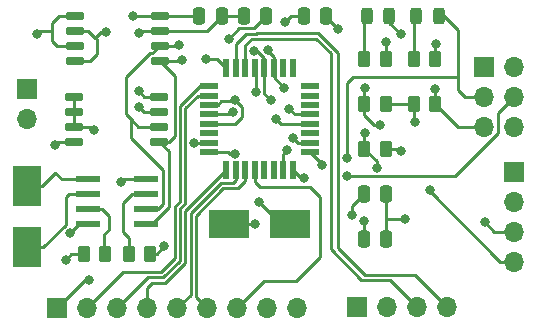
<source format=gtl>
%TF.GenerationSoftware,KiCad,Pcbnew,7.0.5-0*%
%TF.CreationDate,2023-07-20T08:32:01+02:00*%
%TF.ProjectId,MCU-Datalogger,4d43552d-4461-4746-916c-6f676765722e,V1.0*%
%TF.SameCoordinates,Original*%
%TF.FileFunction,Copper,L1,Top*%
%TF.FilePolarity,Positive*%
%FSLAX46Y46*%
G04 Gerber Fmt 4.6, Leading zero omitted, Abs format (unit mm)*
G04 Created by KiCad (PCBNEW 7.0.5-0) date 2023-07-20 08:32:01*
%MOMM*%
%LPD*%
G01*
G04 APERTURE LIST*
G04 Aperture macros list*
%AMRoundRect*
0 Rectangle with rounded corners*
0 $1 Rounding radius*
0 $2 $3 $4 $5 $6 $7 $8 $9 X,Y pos of 4 corners*
0 Add a 4 corners polygon primitive as box body*
4,1,4,$2,$3,$4,$5,$6,$7,$8,$9,$2,$3,0*
0 Add four circle primitives for the rounded corners*
1,1,$1+$1,$2,$3*
1,1,$1+$1,$4,$5*
1,1,$1+$1,$6,$7*
1,1,$1+$1,$8,$9*
0 Add four rect primitives between the rounded corners*
20,1,$1+$1,$2,$3,$4,$5,0*
20,1,$1+$1,$4,$5,$6,$7,0*
20,1,$1+$1,$6,$7,$8,$9,0*
20,1,$1+$1,$8,$9,$2,$3,0*%
G04 Aperture macros list end*
%TA.AperFunction,SMDPad,CuDef*%
%ADD10RoundRect,0.250000X0.262500X0.450000X-0.262500X0.450000X-0.262500X-0.450000X0.262500X-0.450000X0*%
%TD*%
%TA.AperFunction,ComponentPad*%
%ADD11R,1.700000X1.700000*%
%TD*%
%TA.AperFunction,ComponentPad*%
%ADD12O,1.700000X1.700000*%
%TD*%
%TA.AperFunction,SMDPad,CuDef*%
%ADD13RoundRect,0.250000X-0.262500X-0.450000X0.262500X-0.450000X0.262500X0.450000X-0.262500X0.450000X0*%
%TD*%
%TA.AperFunction,SMDPad,CuDef*%
%ADD14RoundRect,0.150000X-0.650000X-0.150000X0.650000X-0.150000X0.650000X0.150000X-0.650000X0.150000X0*%
%TD*%
%TA.AperFunction,SMDPad,CuDef*%
%ADD15RoundRect,0.243750X-0.243750X-0.456250X0.243750X-0.456250X0.243750X0.456250X-0.243750X0.456250X0*%
%TD*%
%TA.AperFunction,SMDPad,CuDef*%
%ADD16RoundRect,0.250000X0.250000X0.475000X-0.250000X0.475000X-0.250000X-0.475000X0.250000X-0.475000X0*%
%TD*%
%TA.AperFunction,SMDPad,CuDef*%
%ADD17RoundRect,0.250000X-0.250000X-0.475000X0.250000X-0.475000X0.250000X0.475000X-0.250000X0.475000X0*%
%TD*%
%TA.AperFunction,SMDPad,CuDef*%
%ADD18R,2.400000X3.500000*%
%TD*%
%TA.AperFunction,SMDPad,CuDef*%
%ADD19R,3.500000X2.400000*%
%TD*%
%TA.AperFunction,SMDPad,CuDef*%
%ADD20R,1.500000X0.550000*%
%TD*%
%TA.AperFunction,SMDPad,CuDef*%
%ADD21R,0.550000X1.500000*%
%TD*%
%TA.AperFunction,SMDPad,CuDef*%
%ADD22RoundRect,0.041300X-0.943700X-0.253700X0.943700X-0.253700X0.943700X0.253700X-0.943700X0.253700X0*%
%TD*%
%TA.AperFunction,ViaPad*%
%ADD23C,0.800000*%
%TD*%
%TA.AperFunction,Conductor*%
%ADD24C,0.250000*%
%TD*%
G04 APERTURE END LIST*
D10*
%TO.P,R3,1*%
%TO.N,/Vcc*%
X162480000Y-90170000D03*
%TO.P,R3,2*%
%TO.N,/SCL*%
X160655000Y-90170000D03*
%TD*%
D11*
%TO.P,BT1,1,+*%
%TO.N,/Vcc*%
X132080000Y-85085000D03*
D12*
%TO.P,BT1,2,-*%
%TO.N,GND*%
X132080000Y-87625000D03*
%TD*%
D13*
%TO.P,R6,1*%
%TO.N,/Vcc*%
X164822500Y-86360000D03*
%TO.P,R6,2*%
%TO.N,/RESET*%
X166647500Y-86360000D03*
%TD*%
D10*
%TO.P,R2,1*%
%TO.N,/Vcc*%
X142517500Y-99060000D03*
%TO.P,R2,2*%
%TO.N,Net-(U3-SQW{slash}~INT)*%
X140692500Y-99060000D03*
%TD*%
D14*
%TO.P,U2,1,A0*%
%TO.N,/Vcc*%
X136125400Y-78867400D03*
%TO.P,U2,2,A1*%
%TO.N,GND*%
X136125400Y-80137400D03*
%TO.P,U2,3,A2*%
%TO.N,/Vcc*%
X136125400Y-81407400D03*
%TO.P,U2,4,GND*%
%TO.N,GND*%
X136125400Y-82677400D03*
%TO.P,U2,5,SDA*%
%TO.N,/SDA*%
X143325400Y-82677400D03*
%TO.P,U2,6,SCL*%
%TO.N,/SCL*%
X143325400Y-81407400D03*
%TO.P,U2,7,WP*%
%TO.N,GND*%
X143325400Y-80137400D03*
%TO.P,U2,8,VCC*%
%TO.N,/Vcc*%
X143325400Y-78867400D03*
%TD*%
D11*
%TO.P,J2,1,Pin_1*%
%TO.N,GND*%
X160020000Y-103505000D03*
D12*
%TO.P,J2,2,Pin_2*%
%TO.N,/Vcc*%
X162560000Y-103505000D03*
%TO.P,J2,3,Pin_3*%
%TO.N,/RX*%
X165100000Y-103505000D03*
%TO.P,J2,4,Pin_4*%
%TO.N,/TX*%
X167640000Y-103505000D03*
%TD*%
D15*
%TO.P,D1,1,K*%
%TO.N,Net-(D1-K)*%
X160886300Y-78907400D03*
%TO.P,D1,2,A*%
%TO.N,/Vcc*%
X162761300Y-78907400D03*
%TD*%
D16*
%TO.P,C2,1*%
%TO.N,GND*%
X162517500Y-93980000D03*
%TO.P,C2,2*%
%TO.N,Net-(U4-PB6)*%
X160617500Y-93980000D03*
%TD*%
D11*
%TO.P,J1,1,Pin_1*%
%TO.N,GND*%
X173355000Y-92075000D03*
D12*
%TO.P,J1,2,Pin_2*%
%TO.N,/Vcc*%
X173355000Y-94615000D03*
%TO.P,J1,3,Pin_3*%
%TO.N,/SDA*%
X173355000Y-97155000D03*
%TO.P,J1,4,Pin_4*%
%TO.N,/SCL*%
X173355000Y-99695000D03*
%TD*%
D17*
%TO.P,C5,1*%
%TO.N,/Vcc*%
X155514000Y-78892400D03*
%TO.P,C5,2*%
%TO.N,GND*%
X157414000Y-78892400D03*
%TD*%
D11*
%TO.P,J3,1,Pin_1*%
%TO.N,/D2*%
X134620000Y-103632000D03*
D12*
%TO.P,J3,2,Pin_2*%
%TO.N,/D3*%
X137160000Y-103632000D03*
%TO.P,J3,3,Pin_3*%
%TO.N,/D4*%
X139700000Y-103632000D03*
%TO.P,J3,4,Pin_4*%
%TO.N,/D5*%
X142240000Y-103632000D03*
%TO.P,J3,5,Pin_5*%
%TO.N,/D6*%
X144780000Y-103632000D03*
%TO.P,J3,6,Pin_6*%
%TO.N,/D7*%
X147320000Y-103632000D03*
%TO.P,J3,7,Pin_7*%
%TO.N,/D8*%
X149860000Y-103632000D03*
%TO.P,J3,8,Pin_8*%
%TO.N,GND*%
X152400000Y-103632000D03*
%TO.P,J3,9,Pin_9*%
%TO.N,/Vcc*%
X154940000Y-103632000D03*
%TD*%
D13*
%TO.P,R1,1*%
%TO.N,/Vcc*%
X136882500Y-99060000D03*
%TO.P,R1,2*%
%TO.N,Net-(U3-~{INTA})*%
X138707500Y-99060000D03*
%TD*%
D18*
%TO.P,Y1,1,1*%
%TO.N,Net-(U3-X2)*%
X132080000Y-98485000D03*
%TO.P,Y1,2,2*%
%TO.N,Net-(U3-X1)*%
X132080000Y-93285000D03*
%TD*%
D15*
%TO.P,D2,1,K*%
%TO.N,Net-(D2-K)*%
X165053800Y-78907400D03*
%TO.P,D2,2,A*%
%TO.N,/SCK*%
X166928800Y-78907400D03*
%TD*%
D10*
%TO.P,R4,1*%
%TO.N,/Vcc*%
X162480000Y-86360000D03*
%TO.P,R4,2*%
%TO.N,/SDA*%
X160655000Y-86360000D03*
%TD*%
D14*
%TO.P,U1,1,A0*%
%TO.N,/Vcc*%
X136100000Y-85725000D03*
%TO.P,U1,2,A1*%
X136100000Y-86995000D03*
%TO.P,U1,3,A2*%
X136100000Y-88265000D03*
%TO.P,U1,4,GND*%
%TO.N,GND*%
X136100000Y-89535000D03*
%TO.P,U1,5,SDA*%
%TO.N,/SDA*%
X143300000Y-89535000D03*
%TO.P,U1,6,SCL*%
%TO.N,/SCL*%
X143300000Y-88265000D03*
%TO.P,U1,7,WP*%
%TO.N,GND*%
X143300000Y-86995000D03*
%TO.P,U1,8,VCC*%
%TO.N,/Vcc*%
X143300000Y-85725000D03*
%TD*%
D16*
%TO.P,C1,1*%
%TO.N,GND*%
X148574800Y-78892400D03*
%TO.P,C1,2*%
%TO.N,/Vcc*%
X146674800Y-78892400D03*
%TD*%
D19*
%TO.P,Y2,1,1*%
%TO.N,Net-(U4-PB7)*%
X154365000Y-96520000D03*
%TO.P,Y2,2,2*%
%TO.N,Net-(U4-PB6)*%
X149165000Y-96520000D03*
%TD*%
D13*
%TO.P,R7,1*%
%TO.N,Net-(D1-K)*%
X160655000Y-82550000D03*
%TO.P,R7,2*%
%TO.N,GND*%
X162480000Y-82550000D03*
%TD*%
D11*
%TO.P,J4,1,Pin_1*%
%TO.N,/MISO*%
X170810000Y-83200000D03*
D12*
%TO.P,J4,2,Pin_2*%
%TO.N,/Vcc*%
X173350000Y-83200000D03*
%TO.P,J4,3,Pin_3*%
%TO.N,/SCK*%
X170810000Y-85740000D03*
%TO.P,J4,4,Pin_4*%
%TO.N,/MOSI*%
X173350000Y-85740000D03*
%TO.P,J4,5,Pin_5*%
%TO.N,/RESET*%
X170810000Y-88280000D03*
%TO.P,J4,6,Pin_6*%
%TO.N,GND*%
X173350000Y-88280000D03*
%TD*%
D10*
%TO.P,R5,1*%
%TO.N,GND*%
X166647500Y-82550000D03*
%TO.P,R5,2*%
%TO.N,Net-(D2-K)*%
X164822500Y-82550000D03*
%TD*%
D17*
%TO.P,C3,1*%
%TO.N,GND*%
X150459400Y-78892400D03*
%TO.P,C3,2*%
%TO.N,Net-(U4-PB7)*%
X152359400Y-78892400D03*
%TD*%
D16*
%TO.P,C4,1*%
%TO.N,GND*%
X162517500Y-97790000D03*
%TO.P,C4,2*%
%TO.N,Net-(U4-AREF)*%
X160617500Y-97790000D03*
%TD*%
D20*
%TO.P,U4,1,PD3*%
%TO.N,/D3*%
X147465000Y-84830000D03*
%TO.P,U4,2,PD4*%
%TO.N,/D4*%
X147465000Y-85630000D03*
%TO.P,U4,3,GND*%
%TO.N,GND*%
X147465000Y-86430000D03*
%TO.P,U4,4,VCC*%
%TO.N,/Vcc*%
X147465000Y-87230000D03*
%TO.P,U4,5,GND*%
%TO.N,GND*%
X147465000Y-88030000D03*
%TO.P,U4,6,VCC*%
%TO.N,unconnected-(U4-VCC-Pad6)*%
X147465000Y-88830000D03*
%TO.P,U4,7,PB6*%
%TO.N,Net-(U4-PB6)*%
X147465000Y-89630000D03*
%TO.P,U4,8,PB7*%
%TO.N,Net-(U4-PB7)*%
X147465000Y-90430000D03*
D21*
%TO.P,U4,9,PD5*%
%TO.N,/D5*%
X148965000Y-91930000D03*
%TO.P,U4,10,PD6*%
%TO.N,/D6*%
X149765000Y-91930000D03*
%TO.P,U4,11,PD7*%
%TO.N,/D7*%
X150565000Y-91930000D03*
%TO.P,U4,12,PB0*%
%TO.N,/D8*%
X151365000Y-91930000D03*
%TO.P,U4,13,PB1*%
%TO.N,unconnected-(U4-PB1-Pad13)*%
X152165000Y-91930000D03*
%TO.P,U4,14,PB2*%
%TO.N,unconnected-(U4-PB2-Pad14)*%
X152965000Y-91930000D03*
%TO.P,U4,15,PB3*%
%TO.N,/MOSI*%
X153765000Y-91930000D03*
%TO.P,U4,16,PB4*%
%TO.N,/MISO*%
X154565000Y-91930000D03*
D20*
%TO.P,U4,17,PB5*%
%TO.N,/SCK*%
X156065000Y-90430000D03*
%TO.P,U4,18,AVCC*%
%TO.N,/Vcc*%
X156065000Y-89630000D03*
%TO.P,U4,19,ADC6*%
%TO.N,unconnected-(U4-ADC6-Pad19)*%
X156065000Y-88830000D03*
%TO.P,U4,20,AREF*%
%TO.N,Net-(U4-AREF)*%
X156065000Y-88030000D03*
%TO.P,U4,21,GND*%
%TO.N,GND*%
X156065000Y-87230000D03*
%TO.P,U4,22,ADC7*%
%TO.N,unconnected-(U4-ADC7-Pad22)*%
X156065000Y-86430000D03*
%TO.P,U4,23,PC0*%
%TO.N,unconnected-(U4-PC0-Pad23)*%
X156065000Y-85630000D03*
%TO.P,U4,24,PC1*%
%TO.N,unconnected-(U4-PC1-Pad24)*%
X156065000Y-84830000D03*
D21*
%TO.P,U4,25,PC2*%
%TO.N,unconnected-(U4-PC2-Pad25)*%
X154565000Y-83330000D03*
%TO.P,U4,26,PC3*%
%TO.N,unconnected-(U4-PC3-Pad26)*%
X153765000Y-83330000D03*
%TO.P,U4,27,PC4*%
%TO.N,/SDA*%
X152965000Y-83330000D03*
%TO.P,U4,28,PC5*%
%TO.N,/SCL*%
X152165000Y-83330000D03*
%TO.P,U4,29,PC6/~{RESET}*%
%TO.N,/RESET*%
X151365000Y-83330000D03*
%TO.P,U4,30,PD0*%
%TO.N,/RX*%
X150565000Y-83330000D03*
%TO.P,U4,31,PD1*%
%TO.N,/TX*%
X149765000Y-83330000D03*
%TO.P,U4,32,PD2*%
%TO.N,/D2*%
X148965000Y-83330000D03*
%TD*%
D22*
%TO.P,U3,1,X1*%
%TO.N,Net-(U3-X1)*%
X137225000Y-92710000D03*
%TO.P,U3,2,X2*%
%TO.N,Net-(U3-X2)*%
X137225000Y-93980000D03*
%TO.P,U3,3,~{INTA}*%
%TO.N,Net-(U3-~{INTA})*%
X137225000Y-95250000D03*
%TO.P,U3,4,GND*%
%TO.N,GND*%
X137225000Y-96520000D03*
%TO.P,U3,5,SDA*%
%TO.N,/SDA*%
X142175000Y-96520000D03*
%TO.P,U3,6,SCL*%
%TO.N,/SCL*%
X142175000Y-95250000D03*
%TO.P,U3,7,SQW/~INT*%
%TO.N,Net-(U3-SQW{slash}~INT)*%
X142175000Y-93980000D03*
%TO.P,U3,8,VCC*%
%TO.N,/Vcc*%
X142175000Y-92710000D03*
%TD*%
D23*
%TO.N,/MISO*%
X155498800Y-92645900D03*
%TO.N,/SDA*%
X152501094Y-81766496D03*
X145186400Y-82600800D03*
%TO.N,/Vcc*%
X149541900Y-87020400D03*
X164947600Y-87884000D03*
X163749501Y-90301299D03*
X154584400Y-89204800D03*
X163728400Y-80416400D03*
X153924000Y-79400400D03*
X141071600Y-78892400D03*
X132943600Y-80416400D03*
X141528800Y-85242400D03*
X137718800Y-88544400D03*
X140004800Y-92964000D03*
X143713200Y-98399600D03*
X135382000Y-99517200D03*
%TO.N,GND*%
X164084000Y-96062800D03*
X162509200Y-81076800D03*
X166674800Y-81229200D03*
X158394400Y-79959200D03*
X149656800Y-86004400D03*
X154279600Y-86753100D03*
X138785600Y-80264000D03*
X141579600Y-80365600D03*
X141528800Y-86563200D03*
X135716499Y-97260899D03*
X134467600Y-89814400D03*
%TO.N,/SCK*%
X157060300Y-91541600D03*
X159156400Y-90932000D03*
%TO.N,/RESET*%
X151440500Y-85293200D03*
X166624000Y-85039200D03*
%TO.N,/D2*%
X137363200Y-101244400D03*
X147218400Y-82499200D03*
%TO.N,/SCL*%
X151333200Y-81852100D03*
X144983200Y-81381600D03*
%TO.N,Net-(U4-PB6)*%
X146215700Y-89662000D03*
%TO.N,/SCL*%
X161696400Y-91731500D03*
X166166800Y-93624400D03*
%TO.N,/SDA*%
X170840400Y-96367600D03*
X162001200Y-88087200D03*
%TO.N,Net-(U4-AREF)*%
X153162000Y-87630000D03*
X160629600Y-96215200D03*
%TO.N,Net-(U4-PB6)*%
X159613600Y-95758000D03*
X151384000Y-96520000D03*
%TO.N,Net-(U4-PB7)*%
X149148800Y-80822300D03*
X149656800Y-90576400D03*
X151688800Y-94640400D03*
%TO.N,/SCL*%
X152704800Y-86004400D03*
X160680400Y-88798400D03*
%TO.N,/SDA*%
X153873200Y-84988400D03*
X160680400Y-84988400D03*
%TO.N,/MOSI*%
X154127200Y-90271600D03*
X159156400Y-92456000D03*
%TD*%
D24*
%TO.N,/MISO*%
X155498800Y-92645900D02*
X155280900Y-92645900D01*
X155280900Y-92645900D02*
X154565000Y-91930000D01*
%TO.N,/SDA*%
X152501094Y-81766496D02*
X152501094Y-81866094D01*
X152501094Y-81866094D02*
X152965000Y-82330000D01*
X152965000Y-82330000D02*
X152965000Y-83330000D01*
%TO.N,/RX*%
X165100000Y-103505000D02*
X162839400Y-101244400D01*
X162839400Y-101244400D02*
X160375600Y-101244400D01*
X157784800Y-98653600D02*
X157784800Y-82042000D01*
X160375600Y-101244400D02*
X157784800Y-98653600D01*
X156558400Y-80815600D02*
X151708992Y-80815600D01*
X157784800Y-82042000D02*
X156558400Y-80815600D01*
X151708992Y-80815600D02*
X151682192Y-80842400D01*
X151682192Y-80842400D02*
X151110400Y-80842400D01*
X151110400Y-80842400D02*
X150565000Y-81387800D01*
X150565000Y-81387800D02*
X150565000Y-83330000D01*
%TO.N,/TX*%
X167640000Y-103505000D02*
X164922200Y-100787200D01*
X151495796Y-80392400D02*
X150646000Y-80392400D01*
X164922200Y-100787200D02*
X160680400Y-100787200D01*
X156744796Y-80365600D02*
X151522596Y-80365600D01*
X158431400Y-82052204D02*
X156744796Y-80365600D01*
X160680400Y-100787200D02*
X158431400Y-98538200D01*
X158431400Y-98538200D02*
X158431400Y-82052204D01*
X151522596Y-80365600D02*
X151495796Y-80392400D01*
X150646000Y-80392400D02*
X149765000Y-81273400D01*
X149765000Y-81273400D02*
X149765000Y-83330000D01*
%TO.N,Net-(U4-PB7)*%
X149148800Y-80822300D02*
X150028700Y-79942400D01*
X150028700Y-79942400D02*
X151309400Y-79942400D01*
X151309400Y-79942400D02*
X152359400Y-78892400D01*
%TO.N,/Vcc*%
X154432000Y-78892400D02*
X155514000Y-78892400D01*
X153924000Y-79400400D02*
X154432000Y-78892400D01*
%TO.N,GND*%
X148574800Y-78892400D02*
X150459400Y-78892400D01*
%TO.N,/SCL*%
X151562100Y-81852100D02*
X152165000Y-82455000D01*
X152165000Y-82455000D02*
X152165000Y-83330000D01*
X151333200Y-81852100D02*
X151562100Y-81852100D01*
%TO.N,/SDA*%
X145109800Y-82677400D02*
X145186400Y-82600800D01*
X143325400Y-82677400D02*
X145109800Y-82677400D01*
%TO.N,/SCK*%
X168554400Y-80111600D02*
X168554400Y-84023200D01*
X167350200Y-78907400D02*
X168554400Y-80111600D01*
X166928800Y-78907400D02*
X167350200Y-78907400D01*
X169153600Y-85740000D02*
X170810000Y-85740000D01*
X168554400Y-85140800D02*
X169153600Y-85740000D01*
X168554400Y-84023200D02*
X168554400Y-85140800D01*
X159156400Y-84531200D02*
X159664400Y-84023200D01*
X159664400Y-84023200D02*
X168554400Y-84023200D01*
X159156400Y-90932000D02*
X159156400Y-84531200D01*
%TO.N,/Vcc*%
X149332300Y-87230000D02*
X149541900Y-87020400D01*
X147465000Y-87230000D02*
X149332300Y-87230000D01*
%TO.N,GND*%
X149656800Y-86004400D02*
X150266400Y-86614000D01*
X150266400Y-86614000D02*
X150266400Y-87477600D01*
X149714000Y-88030000D02*
X147465000Y-88030000D01*
X150266400Y-87477600D02*
X149714000Y-88030000D01*
X149555200Y-86106000D02*
X148540000Y-86106000D01*
X149656800Y-86004400D02*
X149555200Y-86106000D01*
X148540000Y-86106000D02*
X148216000Y-86430000D01*
X148216000Y-86430000D02*
X147465000Y-86430000D01*
%TO.N,/Vcc*%
X164822500Y-87758900D02*
X164947600Y-87884000D01*
X164822500Y-86360000D02*
X164822500Y-87758900D01*
X162480000Y-86360000D02*
X164822500Y-86360000D01*
X163618202Y-90170000D02*
X163749501Y-90301299D01*
X162480000Y-90170000D02*
X163618202Y-90170000D01*
X155009600Y-89630000D02*
X154584400Y-89204800D01*
X156065000Y-89630000D02*
X155009600Y-89630000D01*
X162761300Y-79449300D02*
X163728400Y-80416400D01*
X162761300Y-78907400D02*
X162761300Y-79449300D01*
X141096600Y-78867400D02*
X141071600Y-78892400D01*
X143325400Y-78867400D02*
X141096600Y-78867400D01*
X133197600Y-80162400D02*
X132943600Y-80416400D01*
X134213600Y-79451200D02*
X134213600Y-80162400D01*
X134213600Y-80162400D02*
X133197600Y-80162400D01*
X134213600Y-80162400D02*
X134213600Y-80975200D01*
X142011400Y-85725000D02*
X141528800Y-85242400D01*
X143300000Y-85725000D02*
X142011400Y-85725000D01*
X137439400Y-88265000D02*
X137718800Y-88544400D01*
X136100000Y-88265000D02*
X137439400Y-88265000D01*
X140258800Y-92710000D02*
X140004800Y-92964000D01*
X142175000Y-92710000D02*
X140258800Y-92710000D01*
X143052800Y-99060000D02*
X143713200Y-98399600D01*
X142517500Y-99060000D02*
X143052800Y-99060000D01*
X135839200Y-99060000D02*
X135382000Y-99517200D01*
X136882500Y-99060000D02*
X135839200Y-99060000D01*
%TO.N,GND*%
X162517500Y-96062800D02*
X164084000Y-96062800D01*
X162517500Y-93980000D02*
X162517500Y-96062800D01*
X162517500Y-96062800D02*
X162517500Y-97790000D01*
X162480000Y-81106000D02*
X162509200Y-81076800D01*
X162480000Y-82550000D02*
X162480000Y-81106000D01*
X166647500Y-81256500D02*
X166674800Y-81229200D01*
X166647500Y-82550000D02*
X166647500Y-81256500D01*
X157414000Y-78978800D02*
X158394400Y-79959200D01*
X157414000Y-78892400D02*
X157414000Y-78978800D01*
X154756500Y-87230000D02*
X154279600Y-86753100D01*
X156065000Y-87230000D02*
X154756500Y-87230000D01*
%TO.N,Net-(U4-AREF)*%
X153162000Y-87630000D02*
X153562000Y-88030000D01*
X153562000Y-88030000D02*
X156065000Y-88030000D01*
%TO.N,GND*%
X137871200Y-80721200D02*
X138328400Y-80264000D01*
X137287400Y-80137400D02*
X137871200Y-80721200D01*
X138328400Y-80264000D02*
X138785600Y-80264000D01*
X137871200Y-80721200D02*
X137972800Y-80822800D01*
X141807800Y-80137400D02*
X141579600Y-80365600D01*
X143325400Y-80137400D02*
X141807800Y-80137400D01*
X141960600Y-86995000D02*
X141528800Y-86563200D01*
X143300000Y-86995000D02*
X141960600Y-86995000D01*
%TO.N,/SCL*%
X140462000Y-87223600D02*
X140944600Y-87706200D01*
X140944600Y-87706200D02*
X141503400Y-88265000D01*
X140919200Y-89255600D02*
X140919200Y-87731600D01*
X140919200Y-87731600D02*
X140944600Y-87706200D01*
X143325400Y-81407400D02*
X142680400Y-82052400D01*
X142680400Y-82052400D02*
X142478649Y-82052400D01*
X142478649Y-82052400D02*
X140462000Y-84069049D01*
X140462000Y-84069049D02*
X140462000Y-87223600D01*
X141503400Y-88265000D02*
X143300000Y-88265000D01*
X142175000Y-95250000D02*
X143154400Y-95250000D01*
X143154400Y-95250000D02*
X143611600Y-94792800D01*
X143611600Y-94792800D02*
X143611600Y-91948000D01*
X143611600Y-91948000D02*
X140919200Y-89255600D01*
%TO.N,GND*%
X136457398Y-96520000D02*
X135716499Y-97260899D01*
X137225000Y-96520000D02*
X136457398Y-96520000D01*
X134747000Y-89535000D02*
X134467600Y-89814400D01*
X136100000Y-89535000D02*
X134747000Y-89535000D01*
%TO.N,/SCK*%
X157060300Y-91425300D02*
X156065000Y-90430000D01*
X157060300Y-91541600D02*
X157060300Y-91425300D01*
%TO.N,/SDA*%
X162001200Y-88087200D02*
X161493200Y-88087200D01*
X160655000Y-87249000D02*
X160655000Y-86360000D01*
X161493200Y-88087200D02*
X160655000Y-87249000D01*
%TO.N,/MOSI*%
X173350000Y-85740000D02*
X171985000Y-87105000D01*
X171985000Y-87105000D02*
X171985000Y-88766701D01*
X168295701Y-92456000D02*
X159156400Y-92456000D01*
X171985000Y-88766701D02*
X168295701Y-92456000D01*
%TO.N,/RESET*%
X151440500Y-83405500D02*
X151365000Y-83330000D01*
X166647500Y-86360000D02*
X166647500Y-85062700D01*
X166647500Y-85062700D02*
X166624000Y-85039200D01*
X151440500Y-85293200D02*
X151440500Y-83405500D01*
%TO.N,/D2*%
X147218400Y-82499200D02*
X148134200Y-82499200D01*
X148134200Y-82499200D02*
X148965000Y-83330000D01*
X137007600Y-101244400D02*
X137363200Y-101244400D01*
X134620000Y-103632000D02*
X137007600Y-101244400D01*
%TO.N,/SCL*%
X144957400Y-81407400D02*
X144983200Y-81381600D01*
X143325400Y-81407400D02*
X144957400Y-81407400D01*
%TO.N,/D4*%
X146576800Y-85630000D02*
X147465000Y-85630000D01*
X145491200Y-86715600D02*
X146576800Y-85630000D01*
X145491200Y-94767404D02*
X145491200Y-86715600D01*
X145026800Y-95231804D02*
X145491200Y-94767404D01*
X142298000Y-101034000D02*
X143594796Y-101034000D01*
X143594796Y-101034000D02*
X145026800Y-99601996D01*
X145026800Y-99601996D02*
X145026800Y-95231804D01*
X139700000Y-103632000D02*
X142298000Y-101034000D01*
%TO.N,/D3*%
X140208000Y-100584000D02*
X137160000Y-103632000D01*
X143408400Y-100584000D02*
X140208000Y-100584000D01*
X144576800Y-99415600D02*
X143408400Y-100584000D01*
X145041200Y-94581008D02*
X144576800Y-95045408D01*
X145041200Y-86529204D02*
X145041200Y-94581008D01*
X147465000Y-84830000D02*
X146740404Y-84830000D01*
X144576800Y-95045408D02*
X144576800Y-99415600D01*
X146740404Y-84830000D02*
X145041200Y-86529204D01*
%TO.N,/SDA*%
X144145000Y-89535000D02*
X143300000Y-89535000D01*
X144591200Y-89088800D02*
X144145000Y-89535000D01*
X144591200Y-83943200D02*
X144591200Y-89088800D01*
X143325400Y-82677400D02*
X144591200Y-83943200D01*
%TO.N,Net-(U4-PB6)*%
X147433000Y-89662000D02*
X147465000Y-89630000D01*
X146215700Y-89662000D02*
X147433000Y-89662000D01*
%TO.N,/SCL*%
X173355000Y-99695000D02*
X172152919Y-99695000D01*
X161696400Y-91211400D02*
X160655000Y-90170000D01*
X172152919Y-99695000D02*
X166166800Y-93708881D01*
X166166800Y-93708881D02*
X166166800Y-93624400D01*
X161696400Y-91731500D02*
X161696400Y-91211400D01*
%TO.N,/SDA*%
X173355000Y-97155000D02*
X171627800Y-97155000D01*
X171627800Y-97155000D02*
X170840400Y-96367600D01*
%TO.N,Net-(U4-AREF)*%
X160617500Y-97790000D02*
X160617500Y-96227300D01*
X160617500Y-96227300D02*
X160629600Y-96215200D01*
%TO.N,Net-(U4-PB6)*%
X159613600Y-94983900D02*
X160617500Y-93980000D01*
X149165000Y-96520000D02*
X151384000Y-96520000D01*
X159613600Y-95758000D02*
X159613600Y-94983900D01*
%TO.N,Net-(U4-PB7)*%
X149656800Y-90576400D02*
X149250400Y-90576400D01*
X149250400Y-90576400D02*
X149104000Y-90430000D01*
X149104000Y-90430000D02*
X147465000Y-90430000D01*
X154365000Y-96520000D02*
X153568400Y-96520000D01*
X153568400Y-96520000D02*
X151688800Y-94640400D01*
%TO.N,Net-(D2-K)*%
X164822500Y-82550000D02*
X164822500Y-79138700D01*
X164822500Y-79138700D02*
X165053800Y-78907400D01*
%TO.N,Net-(D1-K)*%
X160655000Y-82550000D02*
X160655000Y-79138700D01*
X160655000Y-79138700D02*
X160886300Y-78907400D01*
%TO.N,/SCL*%
X152704800Y-86004400D02*
X152165000Y-85464600D01*
X160655000Y-90170000D02*
X160655000Y-88823800D01*
X160655000Y-88823800D02*
X160680400Y-88798400D01*
X152165000Y-85464600D02*
X152165000Y-83330000D01*
%TO.N,/SDA*%
X160655000Y-86360000D02*
X160655000Y-85013800D01*
X160655000Y-85013800D02*
X160680400Y-84988400D01*
X153873200Y-84988400D02*
X152965000Y-84080200D01*
X152965000Y-84080200D02*
X152965000Y-83330000D01*
%TO.N,/MOSI*%
X154127200Y-90271600D02*
X153765000Y-90633800D01*
X153765000Y-90633800D02*
X153765000Y-91930000D01*
%TO.N,/RESET*%
X170810000Y-88280000D02*
X168567500Y-88280000D01*
X168567500Y-88280000D02*
X166647500Y-86360000D01*
%TO.N,/SDA*%
X142175000Y-96520000D02*
X142657500Y-96520000D01*
X142657500Y-96520000D02*
X144119600Y-95057900D01*
X144119600Y-90354600D02*
X143300000Y-89535000D01*
X144119600Y-95057900D02*
X144119600Y-90354600D01*
%TO.N,GND*%
X143325400Y-80137400D02*
X147329800Y-80137400D01*
X147329800Y-80137400D02*
X148574800Y-78892400D01*
%TO.N,/Vcc*%
X143325400Y-78867400D02*
X146649800Y-78867400D01*
X146649800Y-78867400D02*
X146674800Y-78892400D01*
%TO.N,GND*%
X136125400Y-80137400D02*
X137287400Y-80137400D01*
X137972800Y-82092800D02*
X137388200Y-82677400D01*
X137972800Y-80822800D02*
X137972800Y-82092800D01*
X137388200Y-82677400D02*
X136125400Y-82677400D01*
%TO.N,/Vcc*%
X136125400Y-78867400D02*
X134797400Y-78867400D01*
X134797400Y-78867400D02*
X134213600Y-79451200D01*
X134213600Y-80975200D02*
X134645800Y-81407400D01*
X134645800Y-81407400D02*
X136125400Y-81407400D01*
X136100000Y-86995000D02*
X136100000Y-88265000D01*
X136100000Y-85725000D02*
X136100000Y-86995000D01*
%TO.N,Net-(U3-X2)*%
X132080000Y-98485000D02*
X133467800Y-98485000D01*
X133467800Y-98485000D02*
X135382000Y-96570800D01*
X135382000Y-96570800D02*
X135382000Y-94234000D01*
X135382000Y-94234000D02*
X135636000Y-93980000D01*
X135636000Y-93980000D02*
X137225000Y-93980000D01*
%TO.N,Net-(U3-X1)*%
X133333800Y-93285000D02*
X134467600Y-92151200D01*
X132080000Y-93285000D02*
X133333800Y-93285000D01*
X134467600Y-92151200D02*
X135026400Y-92710000D01*
X135026400Y-92710000D02*
X137225000Y-92710000D01*
%TO.N,Net-(U3-~{INTA})*%
X138707500Y-99060000D02*
X138633200Y-98985700D01*
X138633200Y-98985700D02*
X138633200Y-97383600D01*
X138633200Y-97383600D02*
X138988800Y-97028000D01*
X138988800Y-97028000D02*
X138988800Y-95808800D01*
X138430000Y-95250000D02*
X137225000Y-95250000D01*
X138988800Y-95808800D02*
X138430000Y-95250000D01*
%TO.N,Net-(U3-SQW{slash}~INT)*%
X140208000Y-97180400D02*
X140208000Y-94742000D01*
X140692500Y-99060000D02*
X140692500Y-97664900D01*
X140970000Y-93980000D02*
X142175000Y-93980000D01*
X140692500Y-97664900D02*
X140208000Y-97180400D01*
X140208000Y-94742000D02*
X140970000Y-93980000D01*
%TO.N,/D5*%
X143781192Y-101484000D02*
X145476800Y-99788392D01*
X142660800Y-101484000D02*
X143781192Y-101484000D01*
X145476800Y-99788392D02*
X145476800Y-95418200D01*
X142240000Y-103632000D02*
X142240000Y-101904800D01*
X145476800Y-95418200D02*
X148965000Y-91930000D01*
X142240000Y-101904800D02*
X142660800Y-101484000D01*
%TO.N,/D6*%
X145926800Y-102485200D02*
X145926800Y-95604596D01*
X148516596Y-93014800D02*
X149555200Y-93014800D01*
X145926800Y-95604596D02*
X148516596Y-93014800D01*
X149555200Y-93014800D02*
X149765000Y-92805000D01*
X149765000Y-92805000D02*
X149765000Y-91930000D01*
X144780000Y-103632000D02*
X145926800Y-102485200D01*
%TO.N,/D7*%
X149968800Y-93464800D02*
X150565000Y-92868600D01*
X146376800Y-95790992D02*
X148702992Y-93464800D01*
X147320000Y-103632000D02*
X146376800Y-102688800D01*
X150565000Y-92868600D02*
X150565000Y-91930000D01*
X146376800Y-102688800D02*
X146376800Y-95790992D01*
X148702992Y-93464800D02*
X149968800Y-93464800D01*
%TO.N,/D8*%
X156870400Y-94183200D02*
X156057600Y-93370400D01*
X156870400Y-99314000D02*
X156870400Y-94183200D01*
X151365000Y-92932200D02*
X151365000Y-91930000D01*
X151803200Y-93370400D02*
X151365000Y-92932200D01*
X149860000Y-103632000D02*
X152146000Y-101346000D01*
X156057600Y-93370400D02*
X151803200Y-93370400D01*
X154838400Y-101346000D02*
X156870400Y-99314000D01*
X152146000Y-101346000D02*
X154838400Y-101346000D01*
%TD*%
M02*

</source>
